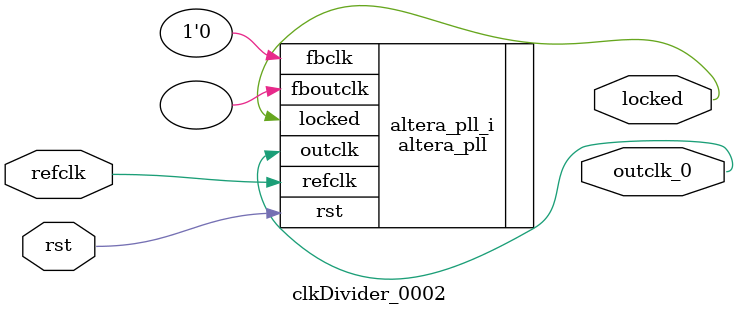
<source format=v>
`timescale 1ns/10ps
module  clkDivider_0002(

	// interface 'refclk'
	input wire refclk,

	// interface 'reset'
	input wire rst,

	// interface 'outclk0'
	output wire outclk_0,

	// interface 'locked'
	output wire locked
);

	altera_pll #(
		.fractional_vco_multiplier("false"),
		.reference_clock_frequency("50.0 MHz"),
		.operation_mode("direct"),
		.number_of_clocks(1),
		.output_clock_frequency0("25.175644 MHz"),
		.phase_shift0("0 ps"),
		.duty_cycle0(50),
		.output_clock_frequency1("0 MHz"),
		.phase_shift1("0 ps"),
		.duty_cycle1(50),
		.output_clock_frequency2("0 MHz"),
		.phase_shift2("0 ps"),
		.duty_cycle2(50),
		.output_clock_frequency3("0 MHz"),
		.phase_shift3("0 ps"),
		.duty_cycle3(50),
		.output_clock_frequency4("0 MHz"),
		.phase_shift4("0 ps"),
		.duty_cycle4(50),
		.output_clock_frequency5("0 MHz"),
		.phase_shift5("0 ps"),
		.duty_cycle5(50),
		.output_clock_frequency6("0 MHz"),
		.phase_shift6("0 ps"),
		.duty_cycle6(50),
		.output_clock_frequency7("0 MHz"),
		.phase_shift7("0 ps"),
		.duty_cycle7(50),
		.output_clock_frequency8("0 MHz"),
		.phase_shift8("0 ps"),
		.duty_cycle8(50),
		.output_clock_frequency9("0 MHz"),
		.phase_shift9("0 ps"),
		.duty_cycle9(50),
		.output_clock_frequency10("0 MHz"),
		.phase_shift10("0 ps"),
		.duty_cycle10(50),
		.output_clock_frequency11("0 MHz"),
		.phase_shift11("0 ps"),
		.duty_cycle11(50),
		.output_clock_frequency12("0 MHz"),
		.phase_shift12("0 ps"),
		.duty_cycle12(50),
		.output_clock_frequency13("0 MHz"),
		.phase_shift13("0 ps"),
		.duty_cycle13(50),
		.output_clock_frequency14("0 MHz"),
		.phase_shift14("0 ps"),
		.duty_cycle14(50),
		.output_clock_frequency15("0 MHz"),
		.phase_shift15("0 ps"),
		.duty_cycle15(50),
		.output_clock_frequency16("0 MHz"),
		.phase_shift16("0 ps"),
		.duty_cycle16(50),
		.output_clock_frequency17("0 MHz"),
		.phase_shift17("0 ps"),
		.duty_cycle17(50),
		.pll_type("General"),
		.pll_subtype("General")
	) altera_pll_i (
		.rst	(rst),
		.outclk	({outclk_0}),
		.locked	(locked),
		.fboutclk	( ),
		.fbclk	(1'b0),
		.refclk	(refclk)
	);
endmodule


</source>
